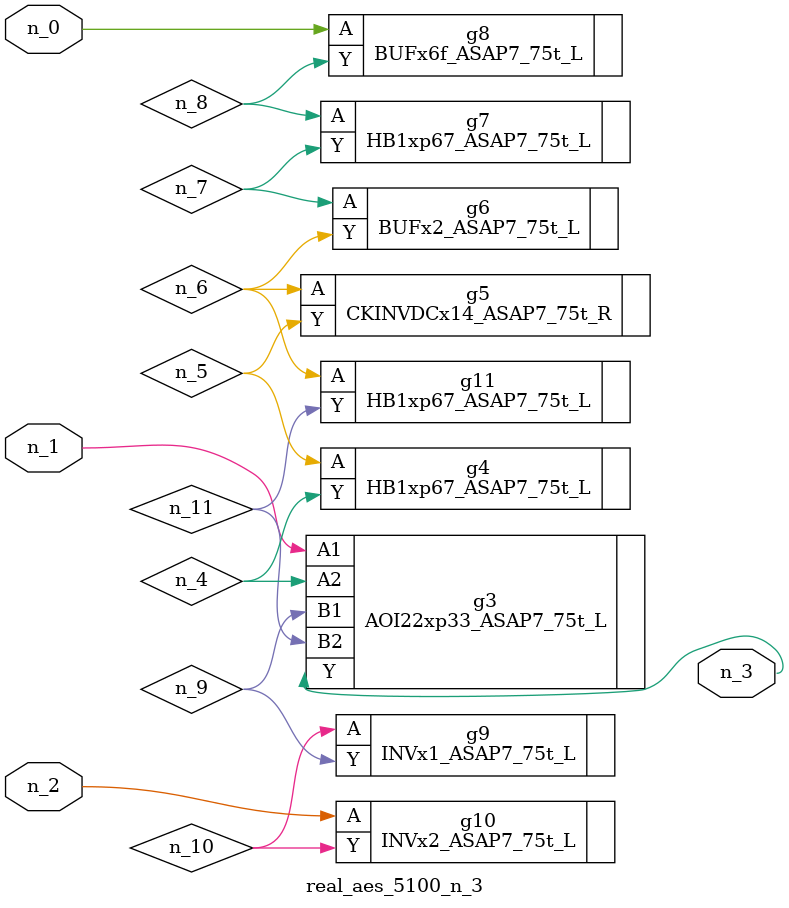
<source format=v>
module real_aes_5100_n_3 (n_0, n_2, n_1, n_3);
input n_0;
input n_2;
input n_1;
output n_3;
wire n_4;
wire n_5;
wire n_7;
wire n_9;
wire n_6;
wire n_8;
wire n_10;
wire n_11;
BUFx6f_ASAP7_75t_L g8 ( .A(n_0), .Y(n_8) );
AOI22xp33_ASAP7_75t_L g3 ( .A1(n_1), .A2(n_4), .B1(n_9), .B2(n_11), .Y(n_3) );
INVx2_ASAP7_75t_L g10 ( .A(n_2), .Y(n_10) );
HB1xp67_ASAP7_75t_L g4 ( .A(n_5), .Y(n_4) );
CKINVDCx14_ASAP7_75t_R g5 ( .A(n_6), .Y(n_5) );
HB1xp67_ASAP7_75t_L g11 ( .A(n_6), .Y(n_11) );
BUFx2_ASAP7_75t_L g6 ( .A(n_7), .Y(n_6) );
HB1xp67_ASAP7_75t_L g7 ( .A(n_8), .Y(n_7) );
INVx1_ASAP7_75t_L g9 ( .A(n_10), .Y(n_9) );
endmodule
</source>
